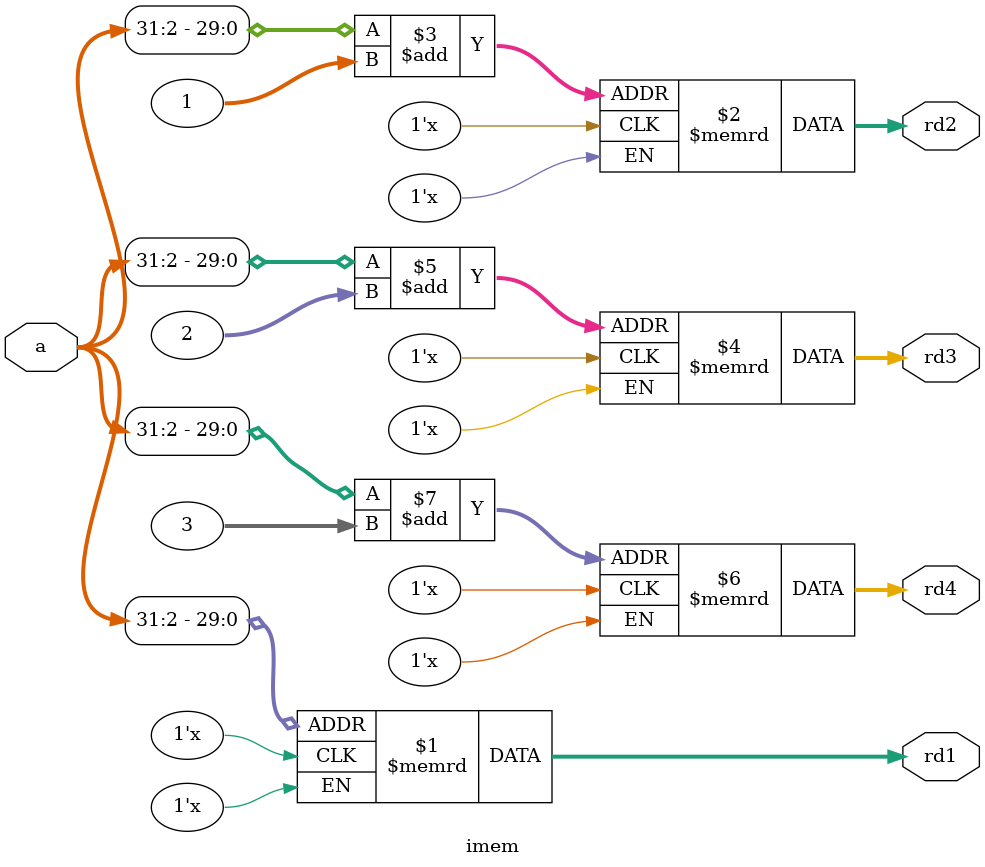
<source format=v>
module imem(input  [31:0] a,
            output [31:0] rd1,
            output [31:0] rd2,
            output [31:0] rd3,
            output [31:0] rd4);

  reg [31:0] RAM [127:0];
  
  assign rd1 = RAM[a[31:2]];
  assign rd2 = RAM[a[31:2] + 'd1];
  assign rd3 = RAM[a[31:2] + 'd2]; 
  assign rd4 = RAM[a[31:2] + 'd3];
  
endmodule

</source>
